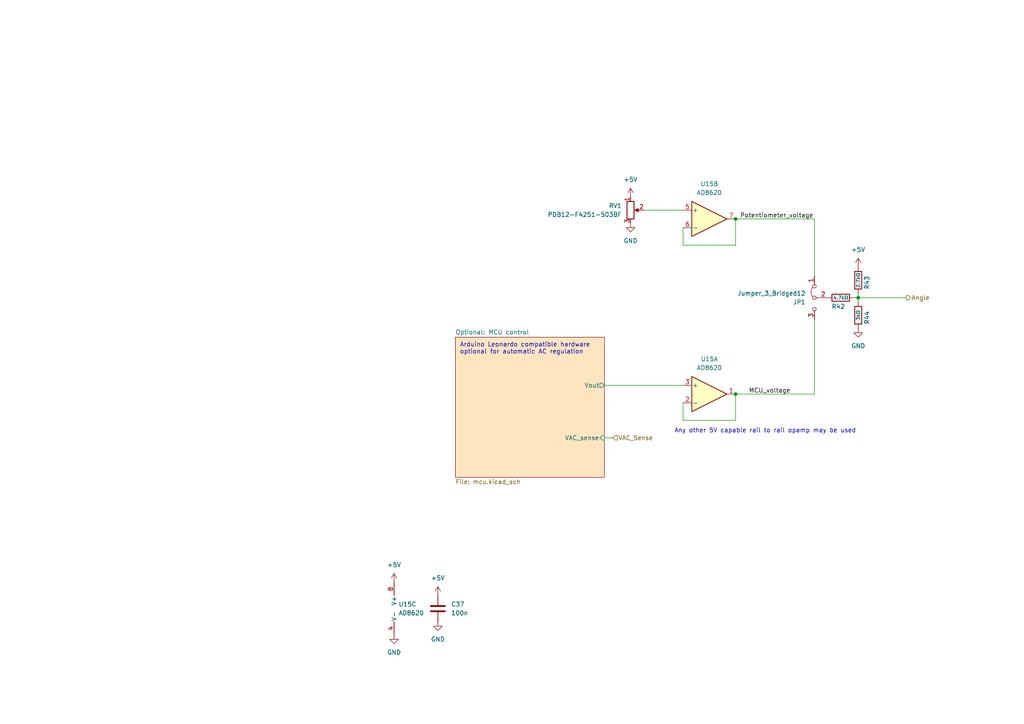
<source format=kicad_sch>
(kicad_sch (version 20230121) (generator eeschema)
  (paper "A4")
  (lib_symbols
    (symbol "Amplifier_Operational:AD8620" (pin_names (offset 0.127))
      (property "Reference" "U" (at 0 5.08 0))
      (property "Value" "AD8620" (at 0 -5.08 0))
      (symbol "AD8620_1_1"
        (polyline (pts (xy -5.08 5.08) (xy 5.08 0) (xy -5.08 -5.08) (xy -5.08 5.08)) (stroke (width 0.254)) (fill (type background)))
        (pin output line (at 7.62 0 180) (length 2.54) (name "~") (number "1"))
        (pin input line (at -7.62 -2.54 0) (length 2.54) (name "-") (number "2"))
        (pin input line (at -7.62 2.54 0) (length 2.54) (name "+") (number "3"))
      )
      (symbol "AD8620_2_1"
        (polyline (pts (xy -5.08 5.08) (xy 5.08 0) (xy -5.08 -5.08) (xy -5.08 5.08)) (stroke (width 0.254)) (fill (type background)))
        (pin input line (at -7.62 2.54 0) (length 2.54) (name "+") (number "5"))
        (pin input line (at -7.62 -2.54 0) (length 2.54) (name "-") (number "6"))
        (pin output line (at 7.62 0 180) (length 2.54) (name "~") (number "7"))
      )
      (symbol "AD8620_3_1"
        (pin power_in line (at -2.54 -7.62 90) (length 3.81) (name "V-") (number "4"))
        (pin power_in line (at -2.54 7.62 270) (length 3.81) (name "V+") (number "8"))
      )
    )
    (symbol "Device:C" (pin_numbers hide) (pin_names (offset 0.254))
      (property "Reference" "C" (at 0.635 2.54 0))
      (property "Value" "C" (at 0.635 -2.54 0))
      (symbol "C_0_1"
        (polyline (pts (xy -2.032 -0.762) (xy 2.032 -0.762)) (stroke (width 0.508)))
        (polyline (pts (xy -2.032 0.762) (xy 2.032 0.762)) (stroke (width 0.508)))
      )
      (symbol "C_1_1"
        (pin passive line (at 0 3.81 270) (length 2.794) (name "~") (number "1"))
        (pin passive line (at 0 -3.81 90) (length 2.794) (name "~") (number "2"))
      )
    )
    (symbol "Device:R" (pin_numbers hide) (pin_names (offset 0))
      (property "Reference" "R" (at 2.032 0 90))
      (property "Value" "R" (at 0 0 90))
      (symbol "R_0_1"
        (rectangle (start -1.016 -2.54) (end 1.016 2.54) (stroke (width 0.254)))
      )
      (symbol "R_1_1"
        (pin passive line (at 0 3.81 270) (length 1.27) (name "~") (number "1"))
        (pin passive line (at 0 -3.81 90) (length 1.27) (name "~") (number "2"))
      )
    )
    (symbol "Device:R_Potentiometer" (pin_names (offset 1.016) hide)
      (property "Reference" "RV" (at -4.445 0 90))
      (property "Value" "R_Potentiometer" (at -2.54 0 90))
      (symbol "R_Potentiometer_0_1"
        (polyline (pts (xy 2.54 0) (xy 1.524 0)))
        (polyline (pts (xy 1.143 0) (xy 2.286 0.508) (xy 2.286 -0.508) (xy 1.143 0)) (fill (type outline)))
        (rectangle (start 1.016 2.54) (end -1.016 -2.54) (stroke (width 0.254)))
      )
      (symbol "R_Potentiometer_1_1"
        (pin passive line (at 0 3.81 270) (length 1.27) (name "1") (number "1"))
        (pin passive line (at 3.81 0 180) (length 1.27) (name "2") (number "2"))
        (pin passive line (at 0 -3.81 90) (length 1.27) (name "3") (number "3"))
      )
    )
    (symbol "Jumper:Jumper_3_Bridged12" (pin_names (offset 0) hide)
      (property "Reference" "JP" (at -2.54 -2.54 0))
      (property "Value" "Jumper_3_Bridged12" (at 0 2.794 0))
      (symbol "Jumper_3_Bridged12_0_0"
        (circle (center -3.302 0) (radius 0.508))
        (circle (center 0 0) (radius 0.508))
        (circle (center 3.302 0) (radius 0.508))
      )
      (symbol "Jumper_3_Bridged12_0_1"
        (arc (start -0.254 0.508) (mid -1.651 0.9912) (end -3.048 0.508))
        (polyline (pts (xy 0 -1.27) (xy 0 -0.508)))
      )
      (symbol "Jumper_3_Bridged12_1_1"
        (pin passive line (at -6.35 0 0) (length 2.54) (name "A") (number "1"))
        (pin passive line (at 0 -3.81 90) (length 2.54) (name "C") (number "2"))
        (pin passive line (at 6.35 0 180) (length 2.54) (name "B") (number "3"))
      )
    )
    (symbol "power:+5V" (power) (pin_names (offset 0))
      (property "Value" "+5V" (at 0 3.556 0))
      (symbol "+5V_0_1"
        (polyline (pts (xy -0.762 1.27) (xy 0 2.54)))
        (polyline (pts (xy 0 0) (xy 0 2.54)))
        (polyline (pts (xy 0 2.54) (xy 0.762 1.27)))
      )
      (symbol "+5V_1_1"
        (pin power_in line (at 0 0 90) (length 0) hide (name "+5V") (number "1"))
      )
    )
    (symbol "power:GND" (power) (pin_names (offset 0))
      (property "Value" "GND" (at 0 -3.81 0))
      (symbol "GND_0_1"
        (polyline (pts (xy 0 0) (xy 0 -1.27) (xy 1.27 -1.27) (xy 0 -2.54) (xy -1.27 -1.27) (xy 0 -1.27)))
      )
      (symbol "GND_1_1"
        (pin power_in line (at 0 0 270) (length 0) hide (name "GND") (number "1"))
      )
    )
  )
  (junction (at 213.36 63.5))
  (junction (at 248.92 86.36))
  (junction (at 213.36 114.3))
  (wire (pts (xy 198.12 121.92) (xy 213.36 121.92)))
  (wire (pts (xy 236.22 92.71) (xy 236.22 114.3)))
  (wire (pts (xy 198.12 116.84) (xy 198.12 121.92)))
  (wire (pts (xy 236.22 114.3) (xy 213.36 114.3)))
  (wire (pts (xy 248.92 86.36) (xy 262.89 86.36)))
  (wire (pts (xy 213.36 121.92) (xy 213.36 114.3)))
  (wire (pts (xy 248.92 86.36) (xy 248.92 87.63)))
  (wire (pts (xy 213.36 71.12) (xy 213.36 63.5)))
  (wire (pts (xy 186.69 60.96) (xy 198.12 60.96)))
  (wire (pts (xy 175.26 127) (xy 177.8 127)))
  (wire (pts (xy 175.26 111.76) (xy 198.12 111.76)))
  (wire (pts (xy 198.12 66.04) (xy 198.12 71.12)))
  (wire (pts (xy 236.22 63.5) (xy 236.22 80.01)))
  (wire (pts (xy 213.36 63.5) (xy 236.22 63.5)))
  (wire (pts (xy 248.92 85.09) (xy 248.92 86.36)))
  (wire (pts (xy 198.12 71.12) (xy 213.36 71.12)))
  (wire (pts (xy 247.65 86.36) (xy 248.92 86.36)))
  (text "Arduino Leonardo compatible hardware\noptional for automatic AC regulation" (at 133.35 102.87 0) (effects (font (size 1.27 1.27)) (justify left bottom)))
  (text "Any other 5V capable rail to rail opamp may be used" (at 195.58 125.73 0) (effects (font (size 1.27 1.27)) (justify left bottom)))
  (label "Potentiometer_voltage" (at 214.63 63.5 0))
  (label "MCU_voltage" (at 217.17 114.3 0))
  (hierarchical_label "Angle" (shape output) (at 262.89 86.36 0))
  (hierarchical_label "VAC_Sense" (shape input) (at 177.8 127 0))
  (symbol (lib_id "power:GND") (at 127 180.34 0) (unit 1)
    (property "Reference" "#PWR0102" (effects hide))
    (property "Value" "GND" (at 127 185.42 0))
  )
  (symbol (lib_id "Amplifier_Operational:AD8620") (at 116.84 176.53 0) (unit 3)
    (property "Reference" "U15" (at 115.57 175.26 0) (effects (justify left)))
    (property "Value" "AD8620" (at 115.57 177.8 0) (effects (justify left)))
    (property "Footprint" "Package_SO:SOIC-8_3.9x4.9mm_P1.27mm" (effects hide))
    (property "Datasheet" "https://www.analog.com/media/en/technical-documentation/data-sheets/AD8610_8620.pdf" (effects hide))
  )
  (symbol (lib_id "power:GND") (at 248.92 95.25 0) (unit 1)
    (property "Reference" "#PWR0107" (effects hide))
    (property "Value" "GND" (at 248.92 100.33 0))
  )
  (symbol (lib_id "power:+5V") (at 182.88 57.15 0) (unit 1)
    (property "Reference" "#PWR0110" (effects hide))
    (property "Value" "+5V" (at 182.88 52.07 0))
  )
  (symbol (lib_id "power:+5V") (at 127 172.72 0) (unit 1)
    (property "Reference" "#PWR0101" (effects hide))
    (property "Value" "+5V" (at 127 167.64 0))
  )
  (symbol (lib_id "power:GND") (at 182.88 64.77 0) (unit 1)
    (property "Reference" "#PWR0111" (effects hide))
    (property "Value" "GND" (at 182.88 69.85 0))
  )
  (symbol (lib_id "Device:R") (at 248.92 81.28 180) (unit 1)
    (property "Reference" "R43" (at 251.46 80.01 90) (effects (justify left)))
    (property "Value" "2.7kΩ" (at 248.92 81.28 90) (effects (font (size 1 1))))
    (property "Footprint" "Resistor_SMD:R_0805_2012Metric" (effects hide))
  )
  (symbol (lib_id "power:GND") (at 114.3 184.15 0) (unit 1)
    (property "Reference" "#PWR0109" (effects hide))
    (property "Value" "GND" (at 114.3 189.23 0))
  )
  (symbol (lib_id "Device:R_Potentiometer") (at 182.88 60.96 0) (unit 1)
    (property "Reference" "RV1" (at 180.34 59.69 0) (effects (justify right)))
    (property "Value" "PDB12-F4251-503BF" (at 180.34 62.23 0) (effects (justify right)))
    (property "Footprint" "Footprints:Bourns PDB12" (effects hide))
  )
  (symbol (lib_id "Amplifier_Operational:AD8620") (at 205.74 63.5 0) (unit 2)
    (property "Reference" "U15" (at 205.74 53.34 0))
    (property "Value" "AD8620" (at 205.74 55.88 0))
    (property "Footprint" "Package_SO:SOIC-8_3.9x4.9mm_P1.27mm" (effects hide))
    (property "Datasheet" "https://www.analog.com/media/en/technical-documentation/data-sheets/AD8610_8620.pdf" (effects hide))
  )
  (symbol (lib_id "Jumper:Jumper_3_Bridged12") (at 236.22 86.36 90) (mirror x) (unit 1)
    (property "Reference" "JP1" (at 233.68 87.63 90) (effects (justify left)))
    (property "Value" "Jumper_3_Bridged12" (at 233.68 85.09 90) (effects (justify left)))
    (property "Footprint" "Connector_PinHeader_2.54mm:PinHeader_1x03_P2.54mm_Vertical" (effects hide))
  )
  (symbol (lib_id "Device:C") (at 127 176.53 0) (unit 1)
    (property "Reference" "C37" (at 130.81 175.26 0) (effects (justify left)))
    (property "Value" "100n" (at 130.81 177.8 0) (effects (justify left)))
    (property "Footprint" "Capacitor_SMD:C_0805_2012Metric" (effects hide))
  )
  (symbol (lib_id "power:+5V") (at 248.92 77.47 0) (unit 1)
    (property "Reference" "#PWR0106" (effects hide))
    (property "Value" "+5V" (at 248.92 72.39 0))
  )
  (symbol (lib_id "Device:R") (at 243.84 86.36 90) (unit 1)
    (property "Reference" "R42" (at 245.11 88.9 90) (effects (justify left)))
    (property "Value" "4.7kΩ" (at 243.84 86.36 90) (effects (font (size 1 1))))
    (property "Footprint" "Resistor_SMD:R_0805_2012Metric" (effects hide))
  )
  (symbol (lib_id "Device:R") (at 248.92 91.44 180) (unit 1)
    (property "Reference" "R44" (at 251.46 90.17 90) (effects (justify left)))
    (property "Value" "3kΩ" (at 248.92 91.44 90) (effects (font (size 1 1))))
    (property "Footprint" "Resistor_SMD:R_0805_2012Metric" (effects hide))
  )
  (symbol (lib_id "power:+5V") (at 114.3 168.91 0) (unit 1)
    (property "Reference" "#PWR0108" (effects hide))
    (property "Value" "+5V" (at 114.3 163.83 0))
  )
  (symbol (lib_id "Amplifier_Operational:AD8620") (at 205.74 114.3 0) (unit 1)
    (property "Reference" "U15" (at 205.74 104.14 0))
    (property "Value" "AD8620" (at 205.74 106.68 0))
    (property "Footprint" "Package_SO:SOIC-8_3.9x4.9mm_P1.27mm" (effects hide))
    (property "Datasheet" "https://www.analog.com/media/en/technical-documentation/data-sheets/AD8610_8620.pdf" (effects hide))
  )
  (sheet (at 132.08 97.79) (size 43.18 40.64) (stroke (width 0.1524)) (fill (color 255 229 191 1.0000))
    (property "Sheetname" "Optional: MCU control" (at 132.08 97.0784 0) (effects (justify left bottom)))
    (property "Sheetfile" "mcu.kicad_sch" (at 132.08 139.0146 0) (effects (justify left top)))
    (pin "VAC_sense" input (at 175.26 127 0))
    (pin "Vout" output (at 175.26 111.76 0))
  )
)
</source>
